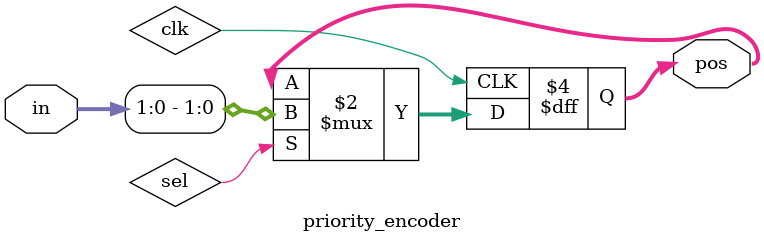
<source format=v>
module priority_encoder( 
input [2:0] in,
output reg [1:0] pos ); 
// When sel=1, assign b to out
always @(posedge clk)
begin
  if (sel)
    pos <= in;
end
endmodule

</source>
